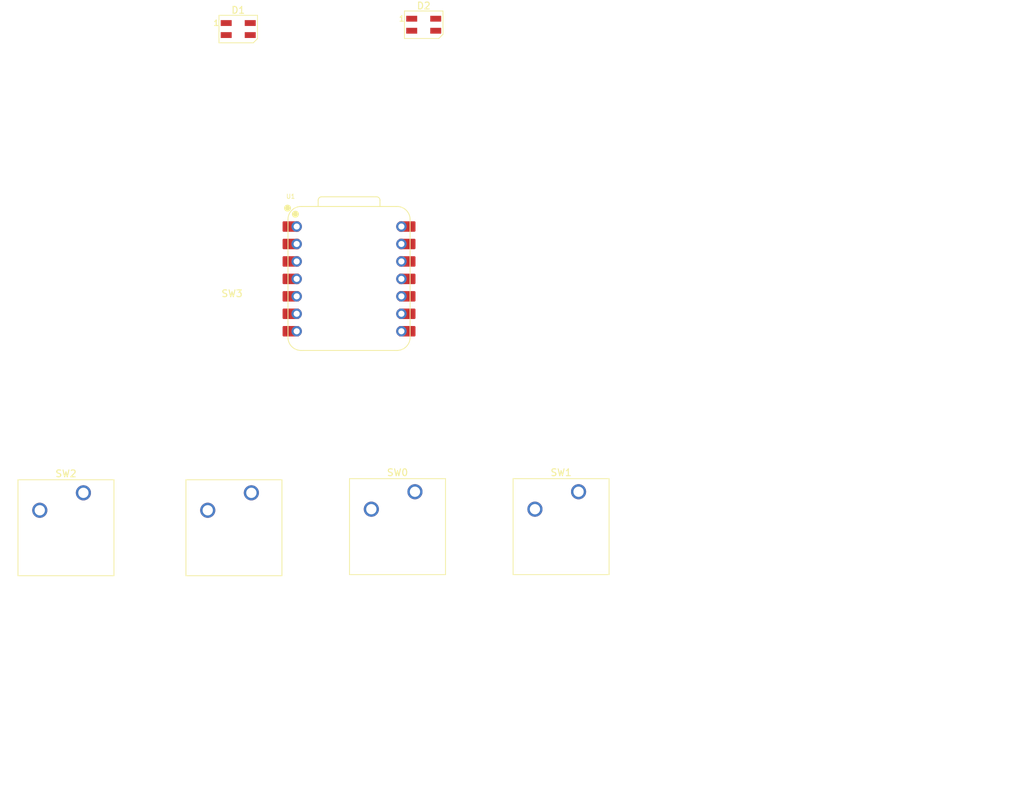
<source format=kicad_pcb>
(kicad_pcb (version 20241229) (generator "pcbnew") (generator_version "9.0")
  (layers (0 "F.Cu" signal) (2 "B.Cu" signal) (13 "F.Paste" user) (15 "B.Paste" user) (5 "F.SilkS" user "F.Silkscreen") (7 "B.SilkS" user "B.Silkscreen") (1 "F.Mask" user) (3 "B.Mask" user) (25 "Edge.Cuts" user))
  (net 0 "")
  (net 1 "+5V")
  (net 2 "Net-(D1-DIN)")
  (net 3 "Net-(D1-DOUT)")
  (net 4 "GND")
  (net 6 "Net-(U1-GPIO1{slash}RX)")
  (net 7 "Net-(SW0-Pad1)")
  (net 8 "Net-(U1-GPIO2{slash}SCK)")
  (net 9 "Net-(U1-GPIO4{slash}MISO)")
  (net 10 "Net-(U1-GPIO3{slash}MOSI)")
  (footprint "Seeed Studio XIAO Series Library:XIAO-RP2040-DIP" (layer "F.Cu") (at 181.38 80.62)
    (property "Reference" "U1" (at -8.5 -12 0) (layer "F.SilkS") (effects (font (size 0.635 0.635) (thickness 0.1016))))
    (property "Value" "XIAO-RP2040-DIP")
    (fp_line (start -8.89 8.509) (end -8.89 -8.636) (stroke (width 0.127)) (layer "F.SilkS"))
    (fp_line (start -6.985 10.414) (end 6.985 10.414) (stroke (width 0.127)) (layer "F.SilkS"))
    (fp_line (start -4.495 -10.541) (end -4.491272 -11.451272) (stroke (width 0.127)) (layer "F.SilkS"))
    (fp_line (start -3.991272 -11.951) (end 4.004 -11.951) (stroke (width 0.127)) (layer "F.SilkS"))
    (fp_line (start 4.504 -11.451) (end 4.504 -10.541) (stroke (width 0.127)) (layer "F.SilkS"))
    (fp_line (start 6.985 -10.541) (end -6.985 -10.541) (stroke (width 0.1)) (layer "F.SilkS"))
    (fp_line (start 6.985 -10.541) (end -6.985 -10.541) (stroke (width 0.127)) (layer "F.SilkS"))
    (fp_line (start 8.89 8.509) (end 8.89 -8.636) (stroke (width 0.127)) (layer "F.SilkS"))
    (fp_arc (start -8.89 -8.636) (mid -8.332038 -9.983038) (end -6.985 -10.541) (stroke (width 0.127)) (layer "F.SilkS"))
    (fp_arc (start -6.985 10.414) (mid -8.332038 9.856038) (end -8.89 8.509) (stroke (width 0.127)) (layer "F.SilkS"))
    (fp_arc (start -4.491272 -11.451272) (mid -4.344728 -11.80464) (end -3.991272 -11.951) (stroke (width 0.127)) (layer "F.SilkS"))
    (fp_arc (start 4.004 -11.951) (mid 4.357553 -11.804553) (end 4.504 -11.451) (stroke (width 0.127)) (layer "F.SilkS"))
    (fp_arc (start 6.985 -10.541) (mid 8.332038 -9.983038) (end 8.89 -8.636) (stroke (width 0.127)) (layer "F.SilkS"))
    (fp_arc (start 8.89 8.509) (mid 8.332038 9.856038) (end 6.985 10.414) (stroke (width 0.127)) (layer "F.SilkS"))
    (fp_circle (center -8.95 -10.3) (end -8.95 -10.554) (stroke (width 0.5)) (fill yes) (layer "F.SilkS"))
    (fp_circle (center -7.807 -9.42) (end -7.807 -9.674) (stroke (width 0.5)) (fill yes) (layer "F.SilkS"))
    (pad "1" smd roundrect (at -8.455 -7.62 180) (size 2.432 1.524) (layers "F.Cu" "F.Mask") (roundrect_rratio 0.1))
    (pad "1" thru_hole circle (at -7.62 -7.62 180) (size 1.524 1.524) (drill 0.889) (layers "*.Cu" "*.Mask"))
    (pad "2" smd roundrect (at -8.455 -5.08 180) (size 2.432 1.524) (layers "F.Cu" "F.Mask") (roundrect_rratio 0.1))
    (pad "2" thru_hole circle (at -7.62 -5.08 180) (size 1.524 1.524) (drill 0.889) (layers "*.Cu" "*.Mask"))
    (pad "3" smd roundrect (at -8.455 -2.54 180) (size 2.432 1.524) (layers "F.Cu" "F.Mask") (roundrect_rratio 0.1))
    (pad "3" thru_hole circle (at -7.62 -2.54 180) (size 1.524 1.524) (drill 0.889) (layers "*.Cu" "*.Mask"))
    (pad "4" smd roundrect (at -8.455 0 180) (size 2.432 1.524) (layers "F.Cu" "F.Mask") (roundrect_rratio 0.1))
    (pad "4" thru_hole circle (at -7.62 0 180) (size 1.524 1.524) (drill 0.889) (layers "*.Cu" "*.Mask"))
    (pad "5" smd roundrect (at -8.455 2.54 180) (size 2.432 1.524) (layers "F.Cu" "F.Mask") (roundrect_rratio 0.1) (net 2 "Net-(D1-DIN)"))
    (pad "5" thru_hole circle (at -7.62 2.54 180) (size 1.524 1.524) (drill 0.889) (layers "*.Cu" "*.Mask") (net 2 "Net-(D1-DIN)"))
    (pad "6" smd roundrect (at -8.455 5.08 180) (size 2.432 1.524) (layers "F.Cu" "F.Mask") (roundrect_rratio 0.1))
    (pad "6" thru_hole circle (at -7.62 5.08 180) (size 1.524 1.524) (drill 0.889) (layers "*.Cu" "*.Mask"))
    (pad "7" smd roundrect (at -8.455 7.62 180) (size 2.432 1.524) (layers "F.Cu" "F.Mask") (roundrect_rratio 0.1))
    (pad "7" thru_hole circle (at -7.62 7.62 180) (size 1.524 1.524) (drill 0.889) (layers "*.Cu" "*.Mask"))
    (pad "8" thru_hole circle (at 7.62 7.62) (size 1.524 1.524) (drill 0.889) (layers "*.Cu" "*.Mask") (net 6 "Net-(U1-GPIO1{slash}RX)"))
    (pad "8" smd roundrect (at 8.455 7.62) (size 2.432 1.524) (layers "F.Cu" "F.Mask") (roundrect_rratio 0.1) (net 6 "Net-(U1-GPIO1{slash}RX)"))
    (pad "9" thru_hole circle (at 7.62 5.08) (size 1.524 1.524) (drill 0.889) (layers "*.Cu" "*.Mask") (net 8 "Net-(U1-GPIO2{slash}SCK)"))
    (pad "9" smd roundrect (at 8.455 5.08) (size 2.432 1.524) (layers "F.Cu" "F.Mask") (roundrect_rratio 0.1) (net 8 "Net-(U1-GPIO2{slash}SCK)"))
    (pad "10" thru_hole circle (at 7.62 2.54) (size 1.524 1.524) (drill 0.889) (layers "*.Cu" "*.Mask") (net 9 "Net-(U1-GPIO4{slash}MISO)"))
    (pad "10" smd roundrect (at 8.455 2.54) (size 2.432 1.524) (layers "F.Cu" "F.Mask") (roundrect_rratio 0.1) (net 9 "Net-(U1-GPIO4{slash}MISO)"))
    (pad "11" thru_hole circle (at 7.62 0) (size 1.524 1.524) (drill 0.889) (layers "*.Cu" "*.Mask") (net 10 "Net-(U1-GPIO3{slash}MOSI)"))
    (pad "11" smd roundrect (at 8.455 0) (size 2.432 1.524) (layers "F.Cu" "F.Mask") (roundrect_rratio 0.1) (net 10 "Net-(U1-GPIO3{slash}MOSI)"))
    (pad "12" thru_hole circle (at 7.62 -2.54) (size 1.524 1.524) (drill 0.889) (layers "*.Cu" "*.Mask"))
    (pad "12" smd roundrect (at 8.455 -2.54) (size 2.432 1.524) (layers "F.Cu" "F.Mask") (roundrect_rratio 0.1))
    (pad "13" thru_hole circle (at 7.62 -5.08) (size 1.524 1.524) (drill 0.889) (layers "*.Cu" "*.Mask") (net 4 "GND"))
    (pad "13" smd roundrect (at 8.455 -5.08) (size 2.432 1.524) (layers "F.Cu" "F.Mask") (roundrect_rratio 0.1) (net 4 "GND"))
    (pad "14" thru_hole circle (at 7.62 -7.62) (size 1.524 1.524) (drill 0.889) (layers "*.Cu" "*.Mask") (net 1 "+5V"))
    (pad "14" smd roundrect (at 8.455 -7.62) (size 2.432 1.524) (layers "F.Cu" "F.Mask") (roundrect_rratio 0.1) (net 1 "+5V"))
  )
  (footprint "Button_Switch_Keyboard:SW_Cherry_MX_1.00u_PCB" (layer "F.Cu") (at 167.16375 111.76)
    (property "Reference" "SW3" (at -2.8175 -29.004 0) (layer "F.SilkS"))
    (property "Value" "SW_Push")
    (fp_line (start -9.525 -1.905) (end 4.445 -1.905) (stroke (width 0.12)) (layer "F.SilkS"))
    (fp_line (start -9.525 12.065) (end -9.525 -1.905) (stroke (width 0.12)) (layer "F.SilkS"))
    (fp_line (start 4.445 -1.905) (end 4.445 12.065) (stroke (width 0.12)) (layer "F.SilkS"))
    (fp_line (start 4.445 12.065) (end -9.525 12.065) (stroke (width 0.12)) (layer "F.SilkS"))
    (pad "" np_thru_hole circle (at -7.62 5.08) (size 1.7 1.7) (drill 1.7) (layers "*.Cu" "*.Mask"))
    (pad "" np_thru_hole circle (at -2.54 5.08) (size 4 4) (drill 4) (layers "*.Cu" "*.Mask"))
    (pad "" np_thru_hole circle (at 2.54 5.08) (size 1.7 1.7) (drill 1.7) (layers "*.Cu" "*.Mask"))
    (pad "1" thru_hole circle (at 0 0) (size 2.2 2.2) (drill 1.5) (layers "*.Cu" "*.Mask") (net 7 "Net-(SW0-Pad1)"))
    (pad "2" thru_hole circle (at -6.35 2.54) (size 2.2 2.2) (drill 1.5) (layers "*.Cu" "*.Mask") (net 10 "Net-(U1-GPIO3{slash}MOSI)"))
  )
  (footprint "Button_Switch_Keyboard:SW_Cherry_MX_1.00u_PCB" (layer "F.Cu") (at 142.71625 111.76)
    (property "Reference" "SW2" (at -2.54 -2.794 0) (layer "F.SilkS"))
    (property "Value" "SW_Push")
    (fp_line (start -9.525 -1.905) (end 4.445 -1.905) (stroke (width 0.12)) (layer "F.SilkS"))
    (fp_line (start -9.525 12.065) (end -9.525 -1.905) (stroke (width 0.12)) (layer "F.SilkS"))
    (fp_line (start 4.445 -1.905) (end 4.445 12.065) (stroke (width 0.12)) (layer "F.SilkS"))
    (fp_line (start 4.445 12.065) (end -9.525 12.065) (stroke (width 0.12)) (layer "F.SilkS"))
    (pad "" np_thru_hole circle (at -7.62 5.08) (size 1.7 1.7) (drill 1.7) (layers "*.Cu" "*.Mask"))
    (pad "" np_thru_hole circle (at -2.54 5.08) (size 4 4) (drill 4) (layers "*.Cu" "*.Mask"))
    (pad "" np_thru_hole circle (at 2.54 5.08) (size 1.7 1.7) (drill 1.7) (layers "*.Cu" "*.Mask"))
    (pad "1" thru_hole circle (at 0 0) (size 2.2 2.2) (drill 1.5) (layers "*.Cu" "*.Mask") (net 7 "Net-(SW0-Pad1)"))
    (pad "2" thru_hole circle (at -6.35 2.54) (size 2.2 2.2) (drill 1.5) (layers "*.Cu" "*.Mask") (net 9 "Net-(U1-GPIO4{slash}MISO)"))
  )
  (footprint "LED_SMD:LED_SK6812MINI_PLCC4_3.5x3.5mm_P1.75mm" (layer "F.Cu") (at 165.25 44.255)
    (property "Reference" "D1" (at 0 -2.75 0) (layer "F.SilkS"))
    (property "Value" "SK6812MINI")
    (fp_line (start -2.8 -2) (end -2.8 2) (stroke (width 0.12)) (layer "F.SilkS"))
    (fp_line (start -2.8 -2) (end 2.8 -2) (stroke (width 0.12)) (layer "F.SilkS"))
    (fp_line (start -2.8 2) (end 2.2 2) (stroke (width 0.12)) (layer "F.SilkS"))
    (fp_line (start 2.8 1.4) (end 2.2 2) (stroke (width 0.12)) (layer "F.SilkS"))
    (fp_line (start 2.8 1.4) (end 2.8 -2) (stroke (width 0.12)) (layer "F.SilkS"))
    (fp_text user "1" (at -3.2 -0.875 0) (layer "F.SilkS") (effects (font (size 0.8 0.8))))
    (pad "1" smd rect (at -1.75 -0.875) (size 1.6 0.85) (layers "F.Cu" "F.Mask" "F.Paste") (net 3 "Net-(D1-DOUT)"))
    (pad "2" smd rect (at -1.75 0.875) (size 1.6 0.85) (layers "F.Cu" "F.Mask" "F.Paste") (net 4 "GND"))
    (pad "3" smd rect (at 1.75 0.875) (size 1.6 0.85) (layers "F.Cu" "F.Mask" "F.Paste") (net 2 "Net-(D1-DIN)"))
    (pad "4" smd rect (at 1.75 -0.875) (size 1.6 0.85) (layers "F.Cu" "F.Mask" "F.Paste") (net 1 "+5V"))
  )
  (footprint "Button_Switch_Keyboard:SW_Cherry_MX_1.00u_PCB" (layer "F.Cu") (at 214.78875 111.60125)
    (property "Reference" "SW1" (at -2.54 -2.794 0) (layer "F.SilkS"))
    (property "Value" "SW_Push")
    (fp_line (start -9.525 -1.905) (end 4.445 -1.905) (stroke (width 0.12)) (layer "F.SilkS"))
    (fp_line (start -9.525 12.065) (end -9.525 -1.905) (stroke (width 0.12)) (layer "F.SilkS"))
    (fp_line (start 4.445 -1.905) (end 4.445 12.065) (stroke (width 0.12)) (layer "F.SilkS"))
    (fp_line (start 4.445 12.065) (end -9.525 12.065) (stroke (width 0.12)) (layer "F.SilkS"))
    (pad "" np_thru_hole circle (at -7.62 5.08) (size 1.7 1.7) (drill 1.7) (layers "*.Cu" "*.Mask"))
    (pad "" np_thru_hole circle (at -2.54 5.08) (size 4 4) (drill 4) (layers "*.Cu" "*.Mask"))
    (pad "" np_thru_hole circle (at 2.54 5.08) (size 1.7 1.7) (drill 1.7) (layers "*.Cu" "*.Mask"))
    (pad "1" thru_hole circle (at 0 0) (size 2.2 2.2) (drill 1.5) (layers "*.Cu" "*.Mask") (net 7 "Net-(SW0-Pad1)"))
    (pad "2" thru_hole circle (at -6.35 2.54) (size 2.2 2.2) (drill 1.5) (layers "*.Cu" "*.Mask") (net 8 "Net-(U1-GPIO2{slash}SCK)"))
  )
  (footprint "LED_SMD:LED_SK6812MINI_PLCC4_3.5x3.5mm_P1.75mm" (layer "F.Cu") (at 192.25 43.625)
    (property "Reference" "D2" (at 0 -2.75 0) (layer "F.SilkS"))
    (property "Value" "SK6812MINI")
    (fp_line (start -2.8 -2) (end -2.8 2) (stroke (width 0.12)) (layer "F.SilkS"))
    (fp_line (start -2.8 -2) (end 2.8 -2) (stroke (width 0.12)) (layer "F.SilkS"))
    (fp_line (start -2.8 2) (end 2.2 2) (stroke (width 0.12)) (layer "F.SilkS"))
    (fp_line (start 2.8 1.4) (end 2.2 2) (stroke (width 0.12)) (layer "F.SilkS"))
    (fp_line (start 2.8 1.4) (end 2.8 -2) (stroke (width 0.12)) (layer "F.SilkS"))
    (fp_text user "1" (at -3.2 -0.875 0) (layer "F.SilkS") (effects (font (size 0.8 0.8))))
    (pad "1" smd rect (at -1.75 -0.875) (size 1.6 0.85) (layers "F.Cu" "F.Mask" "F.Paste"))
    (pad "2" smd rect (at -1.75 0.875) (size 1.6 0.85) (layers "F.Cu" "F.Mask" "F.Paste") (net 4 "GND"))
    (pad "3" smd rect (at 1.75 0.875) (size 1.6 0.85) (layers "F.Cu" "F.Mask" "F.Paste") (net 3 "Net-(D1-DOUT)"))
    (pad "4" smd rect (at 1.75 -0.875) (size 1.6 0.85) (layers "F.Cu" "F.Mask" "F.Paste") (net 1 "+5V"))
  )
  (footprint "Button_Switch_Keyboard:SW_Cherry_MX_1.00u_PCB" (layer "F.Cu") (at 190.97625 111.60125)
    (property "Reference" "SW0" (at -2.54 -2.794 0) (layer "F.SilkS"))
    (property "Value" "SW_Push")
    (fp_line (start -9.525 -1.905) (end 4.445 -1.905) (stroke (width 0.12)) (layer "F.SilkS"))
    (fp_line (start -9.525 12.065) (end -9.525 -1.905) (stroke (width 0.12)) (layer "F.SilkS"))
    (fp_line (start 4.445 -1.905) (end 4.445 12.065) (stroke (width 0.12)) (layer "F.SilkS"))
    (fp_line (start 4.445 12.065) (end -9.525 12.065) (stroke (width 0.12)) (layer "F.SilkS"))
    (pad "" np_thru_hole circle (at -7.62 5.08) (size 1.7 1.7) (drill 1.7) (layers "*.Cu" "*.Mask"))
    (pad "" np_thru_hole circle (at -2.54 5.08) (size 4 4) (drill 4) (layers "*.Cu" "*.Mask"))
    (pad "" np_thru_hole circle (at 2.54 5.08) (size 1.7 1.7) (drill 1.7) (layers "*.Cu" "*.Mask"))
    (pad "1" thru_hole circle (at 0 0) (size 2.2 2.2) (drill 1.5) (layers "*.Cu" "*.Mask") (net 7 "Net-(SW0-Pad1)"))
    (pad "2" thru_hole circle (at -6.35 2.54) (size 2.2 2.2) (drill 1.5) (layers "*.Cu" "*.Mask") (net 6 "Net-(U1-GPIO1{slash}RX)"))
  )
)
</source>
